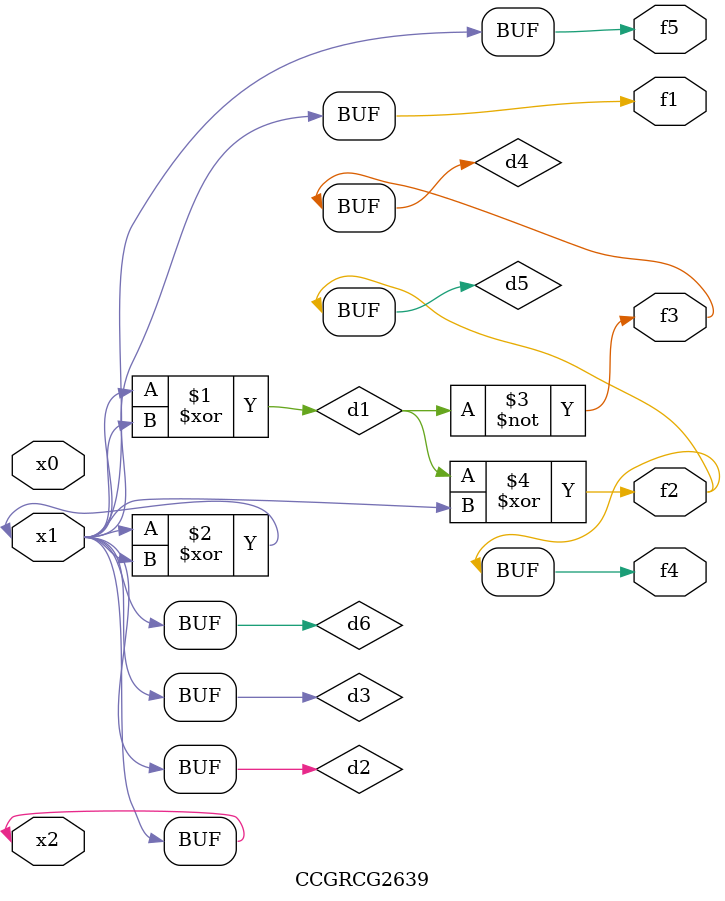
<source format=v>
module CCGRCG2639(
	input x0, x1, x2,
	output f1, f2, f3, f4, f5
);

	wire d1, d2, d3, d4, d5, d6;

	xor (d1, x1, x2);
	buf (d2, x1, x2);
	xor (d3, x1, x2);
	nor (d4, d1);
	xor (d5, d1, d2);
	buf (d6, d2, d3);
	assign f1 = d6;
	assign f2 = d5;
	assign f3 = d4;
	assign f4 = d5;
	assign f5 = d6;
endmodule

</source>
